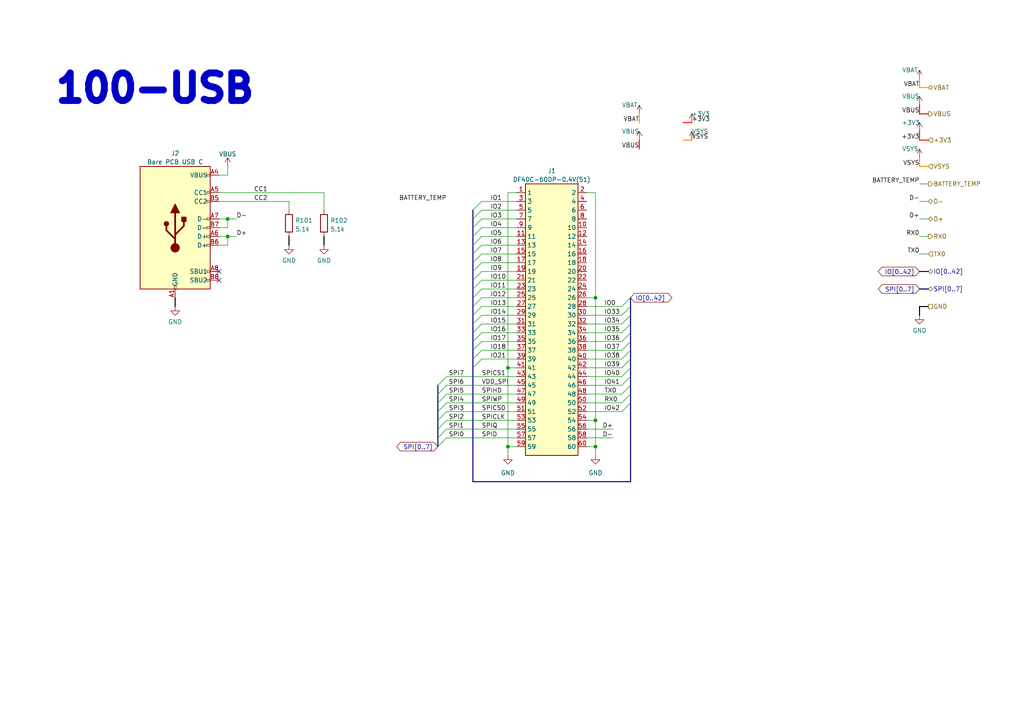
<source format=kicad_sch>
(kicad_sch (version 20230121) (generator eeschema)
  (paper "A4")
  (title_block (title "PSoM - ESP S3") (date "2023-04-17") (rev "HW00") (company "PumaCorp") (comment 1 "Design by: NdG"))
  (lib_symbols
    (symbol "Component lib:R" (pin_numbers hide) (pin_names (offset 0))
      (property "Reference" "R" (at 2.032 -3.81 90))
      (property "Value" "R" (at 0 -3.81 90))
      (symbol "R_0_1"
        (rectangle (start -1.016 -6.35) (end 1.016 -1.27) (stroke (width 0.254)))
      )
      (symbol "R_1_1"
        (pin passive line (at 0 0 270) (length 1.27) (name "~") (number "1"))
        (pin passive line (at 0 -7.62 90) (length 1.27) (name "~") (number "2"))
      )
    )
    (symbol "Component_lib:Bare PCB USB C" (pin_names (offset 0.762))
      (property "Reference" "J" (at 0 2.54 0))
      (property "Value" "Bare PCB USB C" (at 0 2.54 0))
      (symbol "Bare PCB USB C_0_0"
        (rectangle (start 9.906 -35.56) (end 10.414 -34.544))
        (rectangle (start 20.32 -32.766) (end 19.304 -33.274))
        (rectangle (start 20.32 -30.226) (end 19.304 -30.734))
        (rectangle (start 20.32 -22.606) (end 19.304 -23.114))
        (rectangle (start 20.32 -20.066) (end 19.304 -20.574))
        (rectangle (start 20.32 -17.526) (end 19.304 -18.034))
        (rectangle (start 20.32 -14.986) (end 19.304 -15.494))
        (rectangle (start 20.32 -9.906) (end 19.304 -10.414))
        (rectangle (start 20.32 -7.366) (end 19.304 -7.874))
        (rectangle (start 20.32 -2.286) (end 19.304 -2.794))
      )
      (symbol "Bare PCB USB C_0_1"
        (polyline (pts (xy 10.16 -23.622) (xy 10.16 -13.462)) (stroke (width 0.508)))
        (polyline (pts (xy 10.16 -21.082) (xy 7.62 -18.542) (xy 7.62 -17.272)) (stroke (width 0.508)))
        (polyline (pts (xy 10.16 -19.812) (xy 12.7 -17.272) (xy 12.7 -16.002)) (stroke (width 0.508)))
        (polyline (pts (xy 8.89 -13.462) (xy 10.16 -10.922) (xy 11.43 -13.462) (xy 8.89 -13.462)) (stroke (width 0.254)) (fill (type outline)))
        (rectangle (start 0 0) (end 20.32 -35.56) (stroke (width 0.254)) (fill (type background)))
        (circle (center 7.62 -16.637) (radius 0.635) (stroke (width 0.254)) (fill (type outline)))
        (circle (center 10.16 -23.622) (radius 1.27) (fill (type outline)))
        (rectangle (start 12.065 -14.732) (end 13.335 -16.002) (stroke (width 0.254)) (fill (type outline)))
      )
      (symbol "Bare PCB USB C_1_1"
        (pin passive line (at 10.16 -38.1 90) (length 2.54) (name "GND") (number "A1"))
        (pin passive line (at 10.16 -38.1 90) (length 2.54) hide (name "GND") (number "A12"))
        (pin passive line (at 22.86 -2.54 180) (length 2.54) (name "VBUS") (number "A4"))
        (pin bidirectional line (at 22.86 -7.62 180) (length 2.54) (name "CC1") (number "A5"))
        (pin bidirectional line (at 22.86 -20.32 180) (length 2.54) (name "D+") (number "A6"))
        (pin bidirectional line (at 22.86 -15.24 180) (length 2.54) (name "D-") (number "A7"))
        (pin bidirectional line (at 22.86 -30.48 180) (length 2.54) (name "SBU1") (number "A8"))
        (pin passive line (at 22.86 -2.54 180) (length 2.54) hide (name "VBUS") (number "A9"))
        (pin passive line (at 10.16 -38.1 90) (length 2.54) hide (name "GND") (number "B1"))
        (pin passive line (at 10.16 -38.1 90) (length 2.54) hide (name "GND") (number "B12"))
        (pin passive line (at 22.86 -2.54 180) (length 2.54) hide (name "VBUS") (number "B4"))
        (pin bidirectional line (at 22.86 -10.16 180) (length 2.54) (name "CC2") (number "B5"))
        (pin bidirectional line (at 22.86 -22.86 180) (length 2.54) (name "D+") (number "B6"))
        (pin bidirectional line (at 22.86 -17.78 180) (length 2.54) (name "D-") (number "B7"))
        (pin bidirectional line (at 22.86 -33.02 180) (length 2.54) (name "SBU2") (number "B8"))
        (pin passive line (at 22.86 -2.54 180) (length 2.54) hide (name "VBUS") (number "B9"))
      )
    )
    (symbol "Component_lib:DF40C-60DP-0.4V(51)"
      (property "Reference" "J" (at 5.08 7.62 0))
      (property "Value" "DF40C-60DP-0.4V(51)" (at 12.7 5.08 0))
      (symbol "DF40C-60DP-0.4V(51)_1_1"
        (rectangle (start 2.54 2.54) (end 17.78 -76.2) (stroke (width 0.254)) (fill (type background)))
        (pin passive line (at 0 0 0) (length 2.54) (name "1") (number "1"))
        (pin passive line (at 20.32 -10.16 180) (length 2.54) (name "10") (number "10"))
        (pin passive line (at 0 -12.7 0) (length 2.54) (name "11") (number "11"))
        (pin passive line (at 20.32 -12.7 180) (length 2.54) (name "12") (number "12"))
        (pin passive line (at 0 -15.24 0) (length 2.54) (name "13") (number "13"))
        (pin passive line (at 20.32 -15.24 180) (length 2.54) (name "14") (number "14"))
        (pin passive line (at 0 -17.78 0) (length 2.54) (name "15") (number "15"))
        (pin passive line (at 20.32 -17.78 180) (length 2.54) (name "16") (number "16"))
        (pin passive line (at 0 -20.32 0) (length 2.54) (name "17") (number "17"))
        (pin passive line (at 20.32 -20.32 180) (length 2.54) (name "18") (number "18"))
        (pin passive line (at 0 -22.86 0) (length 2.54) (name "19") (number "19"))
        (pin passive line (at 20.32 0 180) (length 2.54) (name "2") (number "2"))
        (pin passive line (at 20.32 -22.86 180) (length 2.54) (name "20") (number "20"))
        (pin passive line (at 0 -25.4 0) (length 2.54) (name "21") (number "21"))
        (pin passive line (at 20.32 -25.4 180) (length 2.54) (name "22") (number "22"))
        (pin passive line (at 0 -27.94 0) (length 2.54) (name "23") (number "23"))
        (pin passive line (at 20.32 -27.94 180) (length 2.54) (name "24") (number "24"))
        (pin passive line (at 0 -30.48 0) (length 2.54) (name "25") (number "25"))
        (pin passive line (at 20.32 -30.48 180) (length 2.54) (name "26") (number "26"))
        (pin passive line (at 0 -33.02 0) (length 2.54) (name "27") (number "27"))
        (pin passive line (at 20.32 -33.02 180) (length 2.54) (name "28") (number "28"))
        (pin passive line (at 0 -35.56 0) (length 2.54) (name "29") (number "29"))
        (pin passive line (at 0 -2.54 0) (length 2.54) (name "3") (number "3"))
        (pin passive line (at 20.32 -35.56 180) (length 2.54) (name "30") (number "30"))
        (pin passive line (at 0 -38.1 0) (length 2.54) (name "31") (number "31"))
        (pin passive line (at 20.32 -38.1 180) (length 2.54) (name "32") (number "32"))
        (pin passive line (at 0 -40.64 0) (length 2.54) (name "33") (number "33"))
        (pin passive line (at 20.32 -40.64 180) (length 2.54) (name "34") (number "34"))
        (pin passive line (at 0 -43.18 0) (length 2.54) (name "35") (number "35"))
        (pin passive line (at 20.32 -43.18 180) (length 2.54) (name "36") (number "36"))
        (pin passive line (at 0 -45.72 0) (length 2.54) (name "37") (number "37"))
        (pin passive line (at 20.32 -45.72 180) (length 2.54) (name "38") (number "38"))
        (pin passive line (at 0 -48.26 0) (length 2.54) (name "39") (number "39"))
        (pin passive line (at 20.32 -2.54 180) (length 2.54) (name "4") (number "4"))
        (pin passive line (at 20.32 -48.26 180) (length 2.54) (name "40") (number "40"))
        (pin passive line (at 0 -50.8 0) (length 2.54) (name "41") (number "41"))
        (pin passive line (at 20.32 -50.8 180) (length 2.54) (name "42") (number "42"))
        (pin passive line (at 0 -53.34 0) (length 2.54) (name "43") (number "43"))
        (pin passive line (at 20.32 -53.34 180) (length 2.54) (name "44") (number "44"))
        (pin passive line (at 0 -55.88 0) (length 2.54) (name "45") (number "45"))
        (pin passive line (at 20.32 -55.88 180) (length 2.54) (name "46") (number "46"))
        (pin passive line (at 0 -58.42 0) (length 2.54) (name "47") (number "47"))
        (pin passive line (at 20.32 -58.42 180) (length 2.54) (name "48") (number "48"))
        (pin passive line (at 0 -60.96 0) (length 2.54) (name "49") (number "49"))
        (pin passive line (at 0 -5.08 0) (length 2.54) (name "5") (number "5"))
        (pin passive line (at 20.32 -60.96 180) (length 2.54) (name "50") (number "50"))
        (pin passive line (at 0 -63.5 0) (length 2.54) (name "51") (number "51"))
        (pin passive line (at 20.32 -63.5 180) (length 2.54) (name "52") (number "52"))
        (pin passive line (at 0 -66.04 0) (length 2.54) (name "53") (number "53"))
        (pin passive line (at 20.32 -66.04 180) (length 2.54) (name "54") (number "54"))
        (pin passive line (at 0 -68.58 0) (length 2.54) (name "55") (number "55"))
        (pin passive line (at 20.32 -68.58 180) (length 2.54) (name "56") (number "56"))
        (pin passive line (at 0 -71.12 0) (length 2.54) (name "57") (number "57"))
        (pin passive line (at 20.32 -71.12 180) (length 2.54) (name "58") (number "58"))
        (pin passive line (at 0 -73.66 0) (length 2.54) (name "59") (number "59"))
        (pin passive line (at 20.32 -5.08 180) (length 2.54) (name "6") (number "6"))
        (pin passive line (at 20.32 -73.66 180) (length 2.54) (name "60") (number "60"))
        (pin passive line (at 0 -7.62 0) (length 2.54) (name "7") (number "7"))
        (pin passive line (at 20.32 -7.62 180) (length 2.54) (name "8") (number "8"))
        (pin passive line (at 0 -10.16 0) (length 2.54) (name "9") (number "9"))
      )
    )
    (symbol "Component_lib:VBAT" (power) (pin_numbers hide) (in_bom no) (on_board no)
      (property "Value" "VBAT" (at 0 3.81 0))
      (symbol "VBAT_0_0"
        (pin passive line (at 0 0 90) (length 2.54) hide (name "") (number ""))
      )
      (symbol "VBAT_0_1"
        (polyline (pts (xy 0 0) (xy 0 2.54) (xy 0.635 1.27) (xy 0 2.54) (xy -0.635 1.27)) (stroke (width 0.1524)))
      )
    )
    (symbol "Component_lib:VSYS" (power) (pin_numbers hide) (in_bom no) (on_board no)
      (property "Value" "VSYS" (at 0 3.81 0))
      (symbol "VSYS_0_0"
        (pin passive line (at 0 0 90) (length 2.54) hide (name "") (number ""))
      )
      (symbol "VSYS_0_1"
        (polyline (pts (xy 0 0) (xy 0 2.54) (xy 0.635 1.27) (xy 0 2.54) (xy -0.635 1.27)) (stroke (width 0.1524)))
      )
    )
    (symbol "GND_2" (power) (pin_names (offset 0))
      (property "Value" "GND_2" (at 0 -3.81 0))
      (symbol "GND_2_0_1"
        (polyline (pts (xy 0 0) (xy 0 -1.27) (xy 1.27 -1.27) (xy 0 -2.54) (xy -1.27 -1.27) (xy 0 -1.27)))
      )
      (symbol "GND_2_1_1"
        (pin power_in line (at 0 0 270) (length 0) hide (name "GND") (number "1"))
      )
    )
    (symbol "power:+3V3" (power) (pin_names (offset 0))
      (property "Value" "+3V3" (at 0 3.556 0))
      (symbol "+3V3_0_1"
        (polyline (pts (xy -0.762 1.27) (xy 0 2.54)))
        (polyline (pts (xy 0 0) (xy 0 2.54)))
        (polyline (pts (xy 0 2.54) (xy 0.762 1.27)))
      )
      (symbol "+3V3_1_1"
        (pin power_in line (at 0 0 90) (length 0) hide (name "+3V3") (number "1"))
      )
    )
    (symbol "power:GND" (power) (pin_names (offset 0))
      (property "Value" "GND" (at 0 -3.81 0))
      (symbol "GND_0_1"
        (polyline (pts (xy 0 0) (xy 0 -1.27) (xy 1.27 -1.27) (xy 0 -2.54) (xy -1.27 -1.27) (xy 0 -1.27)))
      )
      (symbol "GND_1_1"
        (pin power_in line (at 0 0 270) (length 0) hide (name "GND") (number "1"))
      )
    )
    (symbol "power:VBUS" (power) (pin_names (offset 0))
      (property "Value" "VBUS" (at 0 3.81 0))
      (symbol "VBUS_0_1"
        (polyline (pts (xy -0.762 1.27) (xy 0 2.54)))
        (polyline (pts (xy 0 0) (xy 0 2.54)))
        (polyline (pts (xy 0 2.54) (xy 0.762 1.27)))
      )
      (symbol "VBUS_1_1"
        (pin power_in line (at 0 0 90) (length 0) hide (name "VBUS") (number "1"))
      )
    )
  )
  (junction (at 66.04 68.58))
  (junction (at 147.32 129.54))
  (junction (at 147.32 106.68))
  (junction (at 172.72 121.92))
  (junction (at 172.72 129.54))
  (junction (at 66.04 63.5))
  (junction (at 172.72 86.36))
  (no_connect (at 63.5 81.28))
  (no_connect (at 63.5 78.74))
  (bus_entry (at 137.16 71.12) (size 2.54 -2.54))
  (bus_entry (at 139.7 93.98) (size -2.54 2.54))
  (bus_entry (at 137.16 76.2) (size 2.54 -2.54))
  (bus_entry (at 137.16 81.28) (size 2.54 -2.54))
  (bus_entry (at 180.34 114.3) (size 2.54 -2.54))
  (bus_entry (at 180.34 101.6) (size 2.54 -2.54))
  (bus_entry (at 180.34 96.52) (size 2.54 -2.54))
  (bus_entry (at 139.7 88.9) (size -2.54 2.54))
  (bus_entry (at 180.34 111.76) (size 2.54 -2.54))
  (bus_entry (at 180.34 119.38) (size 2.54 -2.54))
  (bus_entry (at 137.16 78.74) (size 2.54 -2.54))
  (bus_entry (at 129.54 116.84) (size -2.54 2.54))
  (bus_entry (at 139.7 99.06) (size -2.54 2.54))
  (bus_entry (at 137.16 73.66) (size 2.54 -2.54))
  (bus_entry (at 139.7 86.36) (size -2.54 2.54))
  (bus_entry (at 129.54 127) (size -2.54 2.54))
  (bus_entry (at 180.34 99.06) (size 2.54 -2.54))
  (bus_entry (at 137.16 66.04) (size 2.54 -2.54))
  (bus_entry (at 129.54 114.3) (size -2.54 2.54))
  (bus_entry (at 180.34 91.44) (size 2.54 -2.54))
  (bus_entry (at 137.16 60.96) (size 2.54 -2.54))
  (bus_entry (at 180.34 104.14) (size 2.54 -2.54))
  (bus_entry (at 139.7 83.82) (size -2.54 2.54))
  (bus_entry (at 139.7 81.28) (size -2.54 2.54))
  (bus_entry (at 180.34 88.9) (size 2.54 -2.54))
  (bus_entry (at 180.34 106.68) (size 2.54 -2.54))
  (bus_entry (at 139.7 96.52) (size -2.54 2.54))
  (bus_entry (at 129.54 121.92) (size -2.54 2.54))
  (bus_entry (at 129.54 109.22) (size -2.54 2.54))
  (bus_entry (at 137.16 106.68) (size 2.54 -2.54))
  (bus_entry (at 180.34 93.98) (size 2.54 -2.54))
  (bus_entry (at 139.7 91.44) (size -2.54 2.54))
  (bus_entry (at 137.16 68.58) (size 2.54 -2.54))
  (bus_entry (at 180.34 109.22) (size 2.54 -2.54))
  (bus_entry (at 129.54 124.46) (size -2.54 2.54))
  (bus_entry (at 139.7 101.6) (size -2.54 2.54))
  (bus_entry (at 137.16 63.5) (size 2.54 -2.54))
  (bus_entry (at 129.54 119.38) (size -2.54 2.54))
  (bus_entry (at 180.34 116.84) (size 2.54 -2.54))
  (bus_entry (at 129.54 111.76) (size -2.54 2.54))
  (wire (pts (xy 129.54 119.38) (xy 149.86 119.38)))
  (bus (pts (xy 182.88 109.22) (xy 182.88 111.76)))
  (bus (pts (xy 127 127) (xy 127 124.46)))
  (bus (pts (xy 137.16 81.28) (xy 137.16 83.82)))
  (wire (pts (xy 66.04 68.58) (xy 68.58 68.58)))
  (wire (pts (xy 266.7 22.86) (xy 266.7 25.4)) (stroke (width 0.3) (color 255 153 0 1)))
  (wire (pts (xy 129.54 109.22) (xy 149.86 109.22)))
  (wire (pts (xy 139.7 58.42) (xy 149.86 58.42)))
  (bus (pts (xy 137.16 104.14) (xy 137.16 106.68)))
  (wire (pts (xy 139.7 101.6) (xy 149.86 101.6)))
  (bus (pts (xy 182.88 106.68) (xy 182.88 109.22)))
  (wire (pts (xy 172.72 55.88) (xy 172.72 86.36)))
  (wire (pts (xy 170.18 101.6) (xy 180.34 101.6)))
  (wire (pts (xy 63.5 58.42) (xy 83.82 58.42)))
  (wire (pts (xy 66.04 63.5) (xy 63.5 63.5)))
  (wire (pts (xy 147.32 106.68) (xy 147.32 129.54)))
  (wire (pts (xy 266.7 48.26) (xy 269.24 48.26)) (stroke (width 0.3) (color 255 148 0 1)))
  (wire (pts (xy 170.18 121.92) (xy 172.72 121.92)))
  (bus (pts (xy 137.16 63.5) (xy 137.16 66.04)))
  (wire (pts (xy 139.7 73.66) (xy 149.86 73.66)))
  (wire (pts (xy 170.18 86.36) (xy 172.72 86.36)))
  (wire (pts (xy 139.7 60.96) (xy 149.86 60.96)))
  (bus (pts (xy 182.88 93.98) (xy 182.88 96.52)))
  (wire (pts (xy 147.32 106.68) (xy 149.86 106.68)))
  (bus (pts (xy 127 114.3) (xy 127 111.76)))
  (bus (pts (xy 127 119.38) (xy 127 116.84)))
  (bus (pts (xy 137.16 101.6) (xy 137.16 104.14)))
  (bus (pts (xy 137.16 139.7) (xy 182.88 139.7)))
  (bus (pts (xy 137.16 71.12) (xy 137.16 73.66)))
  (wire (pts (xy 170.18 114.3) (xy 180.34 114.3)))
  (wire (pts (xy 170.18 91.44) (xy 180.34 91.44)))
  (bus (pts (xy 266.7 83.82) (xy 269.24 83.82)))
  (wire (pts (xy 170.18 109.22) (xy 180.34 109.22)))
  (wire (pts (xy 266.7 73.66) (xy 269.24 73.66)))
  (wire (pts (xy 139.7 63.5) (xy 149.86 63.5)))
  (wire (pts (xy 139.7 71.12) (xy 149.86 71.12)))
  (wire (pts (xy 266.7 68.58) (xy 269.24 68.58)))
  (wire (pts (xy 266.7 30.48) (xy 266.7 33.02)) (stroke (width 0.3) (color 255 0 0 1)))
  (wire (pts (xy 139.7 76.2) (xy 149.86 76.2)))
  (wire (pts (xy 266.7 33.02) (xy 269.24 33.02)) (stroke (width 0.3) (color 255 0 0 1)))
  (wire (pts (xy 139.7 93.98) (xy 149.86 93.98)))
  (wire (pts (xy 266.7 38.1) (xy 266.7 40.64)) (stroke (width 0.3) (color 255 17 1 1)))
  (wire (pts (xy 172.72 86.36) (xy 172.72 121.92)))
  (wire (pts (xy 83.82 68.58) (xy 83.82 71.12)) (stroke (width 0.3) (color 0 0 0 1)))
  (wire (pts (xy 266.7 91.44) (xy 266.7 88.9)) (stroke (width 0.3) (color 0 0 0 1)))
  (wire (pts (xy 198.12 35.56) (xy 200.66 35.56)) (stroke (width 0.3) (color 255 17 1 1)))
  (bus (pts (xy 137.16 76.2) (xy 137.16 78.74)))
  (wire (pts (xy 170.18 127) (xy 177.8 127)))
  (bus (pts (xy 182.88 88.9) (xy 182.88 91.44)))
  (wire (pts (xy 266.7 63.5) (xy 269.24 63.5)))
  (wire (pts (xy 139.7 99.06) (xy 149.86 99.06)))
  (wire (pts (xy 139.7 68.58) (xy 149.86 68.58)))
  (wire (pts (xy 266.7 53.34) (xy 269.24 53.34)))
  (wire (pts (xy 139.7 83.82) (xy 149.86 83.82)))
  (bus (pts (xy 137.16 91.44) (xy 137.16 93.98)))
  (wire (pts (xy 266.7 25.4) (xy 269.24 25.4)) (stroke (width 0.3) (color 255 153 0 1)))
  (bus (pts (xy 182.88 101.6) (xy 182.88 104.14)))
  (wire (pts (xy 170.18 99.06) (xy 180.34 99.06)))
  (wire (pts (xy 93.98 55.88) (xy 93.98 60.96)))
  (bus (pts (xy 182.88 86.36) (xy 182.88 88.9)))
  (wire (pts (xy 170.18 88.9) (xy 180.34 88.9)))
  (wire (pts (xy 147.32 129.54) (xy 147.32 132.08)))
  (bus (pts (xy 127 116.84) (xy 127 114.3)))
  (wire (pts (xy 139.7 66.04) (xy 149.86 66.04)))
  (wire (pts (xy 170.18 116.84) (xy 180.34 116.84)))
  (bus (pts (xy 137.16 68.58) (xy 137.16 71.12)))
  (wire (pts (xy 185.42 40.64) (xy 185.42 43.18)) (stroke (width 0.3) (color 255 0 0 1)))
  (wire (pts (xy 129.54 111.76) (xy 149.86 111.76)))
  (wire (pts (xy 129.54 114.3) (xy 149.86 114.3)))
  (bus (pts (xy 182.88 99.06) (xy 182.88 101.6)))
  (wire (pts (xy 149.86 55.88) (xy 147.32 55.88)))
  (wire (pts (xy 63.5 68.58) (xy 66.04 68.58)))
  (wire (pts (xy 63.5 55.88) (xy 93.98 55.88)))
  (wire (pts (xy 66.04 71.12) (xy 63.5 71.12)))
  (bus (pts (xy 266.7 78.74) (xy 269.24 78.74)))
  (wire (pts (xy 147.32 55.88) (xy 147.32 106.68)))
  (bus (pts (xy 137.16 83.82) (xy 137.16 86.36)))
  (wire (pts (xy 139.7 96.52) (xy 149.86 96.52)))
  (wire (pts (xy 172.72 121.92) (xy 172.72 129.54)))
  (wire (pts (xy 266.7 45.72) (xy 266.7 48.26)) (stroke (width 0.3) (color 255 148 0 1)))
  (wire (pts (xy 170.18 104.14) (xy 180.34 104.14)))
  (wire (pts (xy 170.18 124.46) (xy 177.8 124.46)))
  (wire (pts (xy 266.7 88.9) (xy 269.24 88.9)) (stroke (width 0.3) (color 0 0 0 1)))
  (bus (pts (xy 182.88 91.44) (xy 182.88 93.98)))
  (wire (pts (xy 198.12 40.64) (xy 200.66 40.64)) (stroke (width 0.3) (color 255 148 0 1)))
  (wire (pts (xy 147.32 129.54) (xy 149.86 129.54)))
  (bus (pts (xy 137.16 66.04) (xy 137.16 68.58)))
  (wire (pts (xy 170.18 96.52) (xy 180.34 96.52)))
  (wire (pts (xy 139.7 91.44) (xy 149.86 91.44)))
  (wire (pts (xy 139.7 78.74) (xy 149.86 78.74)))
  (bus (pts (xy 182.88 111.76) (xy 182.88 114.3)))
  (wire (pts (xy 139.7 86.36) (xy 149.86 86.36)))
  (wire (pts (xy 63.5 66.04) (xy 66.04 66.04)))
  (wire (pts (xy 129.54 116.84) (xy 149.86 116.84)))
  (wire (pts (xy 170.18 129.54) (xy 172.72 129.54)))
  (wire (pts (xy 170.18 119.38) (xy 180.34 119.38)))
  (wire (pts (xy 170.18 106.68) (xy 180.34 106.68)))
  (wire (pts (xy 129.54 124.46) (xy 149.86 124.46)))
  (bus (pts (xy 137.16 106.68) (xy 137.16 139.7)))
  (wire (pts (xy 170.18 55.88) (xy 172.72 55.88)))
  (wire (pts (xy 66.04 68.58) (xy 66.04 71.12)))
  (wire (pts (xy 170.18 111.76) (xy 180.34 111.76)))
  (wire (pts (xy 139.7 88.9) (xy 149.86 88.9)))
  (bus (pts (xy 137.16 78.74) (xy 137.16 81.28)))
  (bus (pts (xy 182.88 116.84) (xy 182.88 139.7)))
  (bus (pts (xy 182.88 114.3) (xy 182.88 116.84)))
  (wire (pts (xy 93.98 68.58) (xy 93.98 71.12)) (stroke (width 0.3) (color 0 0 0 1)))
  (wire (pts (xy 139.7 81.28) (xy 149.86 81.28)))
  (bus (pts (xy 137.16 86.36) (xy 137.16 88.9)))
  (wire (pts (xy 66.04 66.04) (xy 66.04 63.5)))
  (bus (pts (xy 137.16 96.52) (xy 137.16 99.06)))
  (wire (pts (xy 66.04 50.8) (xy 63.5 50.8)))
  (wire (pts (xy 83.82 60.96) (xy 83.82 58.42)))
  (bus (pts (xy 137.16 88.9) (xy 137.16 91.44)))
  (bus (pts (xy 127 124.46) (xy 127 121.92)))
  (wire (pts (xy 50.8 86.36) (xy 50.8 88.9)) (stroke (width 0.3) (color 0 0 0 1)))
  (wire (pts (xy 66.04 63.5) (xy 68.58 63.5)))
  (wire (pts (xy 139.7 104.14) (xy 149.86 104.14)))
  (bus (pts (xy 137.16 60.96) (xy 137.16 63.5)))
  (bus (pts (xy 137.16 93.98) (xy 137.16 96.52)))
  (bus (pts (xy 127 129.54) (xy 127 127)))
  (bus (pts (xy 127 121.92) (xy 127 119.38)))
  (wire (pts (xy 266.7 58.42) (xy 269.24 58.42)))
  (bus (pts (xy 137.16 99.06) (xy 137.16 101.6)))
  (bus (pts (xy 137.16 73.66) (xy 137.16 76.2)))
  (bus (pts (xy 182.88 96.52) (xy 182.88 99.06)))
  (wire (pts (xy 172.72 129.54) (xy 172.72 132.08)))
  (wire (pts (xy 185.42 33.02) (xy 185.42 35.56)) (stroke (width 0.3) (color 255 153 0 1)))
  (bus (pts (xy 182.88 104.14) (xy 182.88 106.68)))
  (wire (pts (xy 66.04 48.26) (xy 66.04 50.8)))
  (wire (pts (xy 170.18 93.98) (xy 180.34 93.98)))
  (wire (pts (xy 129.54 121.92) (xy 149.86 121.92)))
  (wire (pts (xy 129.54 127) (xy 149.86 127)))
  (wire (pts (xy 266.7 40.64) (xy 269.24 40.64)) (stroke (width 0.3) (color 255 17 1 1)))
  (text "100-USB" (at 15.24 30.48 0) (effects (font (size 8 8) (thickness 3) bold) (justify left bottom)))
  (label "IO18" (at 142.24 101.6 0))
  (label "BATTERY_TEMP" (at 129.54 58.42 180))
  (label "VSYS" (at 200.66 40.64 0))
  (label "IO42" (at 175.26 119.38 0))
  (label "TX0" (at 266.7 73.66 180))
  (label "IO11" (at 142.24 83.82 0))
  (label "VBAT" (at 266.7 25.4 180))
  (label "SPI7" (at 134.62 109.22 180))
  (label "IO10" (at 142.24 81.28 0))
  (label "IO4" (at 142.24 66.04 0))
  (label "IO38" (at 175.26 104.14 0))
  (label "D-" (at 68.58 63.5 0))
  (label "VBUS" (at 266.7 33.02 180))
  (label "VBAT" (at 185.42 35.56 180))
  (label "SPIWP" (at 139.7 116.84 0))
  (label "D-" (at 177.8 127 180))
  (label "SPI4" (at 134.62 116.84 180))
  (label "D+" (at 68.58 68.58 0))
  (label "IO9" (at 142.24 78.74 0))
  (label "IO13" (at 142.24 88.9 0))
  (label "D+" (at 177.8 124.46 180))
  (label "IO3" (at 142.24 63.5 0))
  (label "IO35" (at 175.26 96.52 0))
  (label "IO21" (at 142.24 104.14 0))
  (label "CC2" (at 73.66 58.42 0))
  (label "SPICLK" (at 139.7 121.92 0))
  (label "IO7" (at 142.24 73.66 0))
  (label "IO16" (at 142.24 96.52 0))
  (label "IO36" (at 175.26 99.06 0))
  (label "D+" (at 266.7 63.5 180))
  (label "VSYS" (at 266.7 48.26 180))
  (label "BATTERY_TEMP" (at 266.7 53.34 180))
  (label "IO37" (at 175.26 101.6 0))
  (label "IO14" (at 142.24 91.44 0))
  (label "SPICS1" (at 139.7 109.22 0))
  (label "IO8" (at 142.24 76.2 0))
  (label "SPI5" (at 134.62 114.3 180))
  (label "IO33" (at 175.26 91.44 0))
  (label "IO40" (at 175.26 109.22 0))
  (label "IO0" (at 175.26 88.9 0))
  (label "SPIQ" (at 139.7 124.46 0))
  (label "IO34" (at 175.26 93.98 0))
  (label "IO12" (at 142.24 86.36 0))
  (label "SPI2" (at 134.62 121.92 180))
  (label "IO41" (at 175.26 111.76 0))
  (label "IO39" (at 175.26 106.68 0))
  (label "D-" (at 266.7 58.42 180))
  (label "+3V3" (at 266.7 40.64 180))
  (label "VDD_SPI" (at 139.7 111.76 0))
  (label "SPI3" (at 134.62 119.38 180))
  (label "CC1" (at 73.66 55.88 0))
  (label "IO5" (at 142.24 68.58 0))
  (label "SPID" (at 139.7 127 0))
  (label "SPI6" (at 134.62 111.76 180))
  (label "RX0" (at 266.7 68.58 180))
  (label "VBUS" (at 185.42 43.18 180))
  (label "IO6" (at 142.24 71.12 0))
  (label "SPI1" (at 134.62 124.46 180))
  (label "SPI0" (at 134.62 127 180))
  (label "+3V3" (at 200.66 35.56 0))
  (label "SPIHD" (at 139.7 114.3 0))
  (label "IO17" (at 142.24 99.06 0))
  (label "IO1" (at 142.24 58.42 0))
  (label "IO2" (at 142.24 60.96 0))
  (label "RX0" (at 175.26 116.84 0))
  (label "TX0" (at 175.26 114.3 0))
  (label "SPICS0" (at 139.7 119.38 0))
  (label "IO15" (at 142.24 93.98 0))
  (global_label "IO[0..42]" (shape bidirectional) (at 182.88 86.36 0) (property "Intersheetrefs" "${INTERSHEET_REFS}" (effects hide)))
  (global_label "SPI[0..7]" (shape bidirectional) (at 127 129.54 180) (property "Intersheetrefs" "${INTERSHEET_REFS}" (effects hide)))
  (global_label "IO[0..42]" (shape bidirectional) (at 266.7 78.74 180) (property "Intersheetrefs" "${INTERSHEET_REFS}" (effects hide)))
  (global_label "SPI[0..7]" (shape bidirectional) (at 266.7 83.82 180) (property "Intersheetrefs" "${INTERSHEET_REFS}" (effects hide)))
  (hierarchical_label "VBAT" (shape bidirectional) (at 269.24 25.4 0))
  (hierarchical_label "+3V3" (shape input) (at 269.24 40.64 0))
  (hierarchical_label "VSYS" (shape input) (at 269.24 48.26 0))
  (hierarchical_label "D+" (shape bidirectional) (at 269.24 63.5 0))
  (hierarchical_label "RX0" (shape output) (at 269.24 68.58 0))
  (hierarchical_label "BATTERY_TEMP" (shape output) (at 269.24 53.34 0))
  (hierarchical_label "GND" (shape passive) (at 269.24 88.9 0))
  (hierarchical_label "SPI[0..7]" (shape bidirectional) (at 269.24 83.82 0))
  (hierarchical_label "IO[0..42]" (shape bidirectional) (at 269.24 78.74 0))
  (hierarchical_label "TX0" (shape input) (at 269.24 73.66 0))
  (hierarchical_label "VBUS" (shape output) (at 269.24 33.02 0))
  (hierarchical_label "D-" (shape bidirectional) (at 269.24 58.42 0))
  (symbol (lib_id "Component_lib:VBAT") (at 185.42 33.02 0) (unit 1) (in_bom no) (on_board no)
    (property "Reference" "#VBAT01" (effects hide))
    (property "Value" "VBAT" (at 180.34 30.48 0) (effects (justify left)))
    (instances (project "ESP_S2_SoM_HW00" (path "" (reference "#VBAT01") (unit 1))) (project "PMK_Keyboard" (path "" (reference "#VBAT0102") (unit 1))))
  )
  (symbol (lib_id "Component_lib:VSYS") (at 266.7 45.72 0) (unit 1) (in_bom no) (on_board no)
    (property "Reference" "#VSYS0101" (effects hide))
    (property "Value" "VSYS" (at 261.62 43.18 0) (effects (justify left)))
  )
  (symbol (lib_id "power:VBUS") (at 185.42 40.64 0) (unit 1)
    (property "Reference" "#PWR04" (effects hide))
    (property "Value" "VBUS" (at 182.88 38.1 0))
    (instances (project "ESP_S2_SoM_HW00" (path "" (reference "#PWR04") (unit 1))) (project "PMK_Keyboard" (path "" (reference "#PWR0101") (unit 1))))
  )
  (symbol (lib_name "GND_2") (lib_id "power:GND") (at 172.72 132.08 0) (unit 1)
    (property "Reference" "#PWR02" (effects hide))
    (property "Value" "GND" (at 172.72 137.16 0))
  )
  (symbol (lib_id "Component lib:R") (at 83.82 60.96 0) (unit 1)
    (property "Reference" "R101" (at 85.598 63.9353 0) (effects (justify left)))
    (property "Value" "5.1k" (at 85.598 66.4722 0) (effects (justify left)))
    (property "Footprint" "Resistor_SMD:R_0201_0603Metric" (effects hide))
  )
  (symbol (lib_name "GND_2") (lib_id "power:GND") (at 147.32 132.08 0) (unit 1)
    (property "Reference" "#PWR01" (effects hide))
    (property "Value" "GND" (at 147.32 137.16 0))
  )
  (symbol (lib_id "Component_lib:VSYS") (at 200.66 40.64 0) (unit 1) (in_bom no) (on_board no)
    (property "Reference" "#VSYS01" (effects hide))
    (property "Value" "VSYS" (at 200.66 38.1 0) (effects (justify left)))
  )
  (symbol (lib_id "power:GND") (at 83.82 71.12 0) (unit 1)
    (property "Reference" "#PWR0104" (effects hide))
    (property "Value" "GND" (at 83.82 75.5634 0))
  )
  (symbol (lib_id "power:+3V3") (at 266.7 38.1 0) (unit 1)
    (property "Reference" "#PWR05" (effects hide))
    (property "Value" "+3V3" (at 264.16 35.56 0))
  )
  (symbol (lib_id "Component_lib:VBAT") (at 266.7 22.86 0) (unit 1) (in_bom no) (on_board no)
    (property "Reference" "#VBAT0102" (effects hide))
    (property "Value" "VBAT" (at 261.62 20.32 0) (effects (justify left)))
  )
  (symbol (lib_id "Component_lib:DF40C-60DP-0.4V(51)") (at 149.86 55.88 0) (unit 1)
    (property "Reference" "J1" (at 160.02 49.53 0))
    (property "Value" "DF40C-60DP-0.4V(51)" (at 160.02 52.07 0))
    (property "Footprint" "Component_lib:DF40C-60DP-0.4V(51)" (effects hide))
  )
  (symbol (lib_id "power:VBUS") (at 266.7 30.48 0) (unit 1)
    (property "Reference" "#PWR0101" (effects hide))
    (property "Value" "VBUS" (at 264.16 27.94 0))
  )
  (symbol (lib_id "power:GND") (at 50.8 88.9 0) (unit 1)
    (property "Reference" "#PWR0107" (effects hide))
    (property "Value" "GND" (at 50.8 93.3434 0))
  )
  (symbol (lib_id "power:GND") (at 266.7 91.44 0) (unit 1)
    (property "Reference" "#PWR0118" (effects hide))
    (property "Value" "GND" (at 266.7 95.8834 0))
  )
  (symbol (lib_id "power:GND") (at 93.98 71.12 0) (unit 1)
    (property "Reference" "#PWR0105" (effects hide))
    (property "Value" "GND" (at 93.98 75.5634 0))
  )
  (symbol (lib_id "Component lib:R") (at 93.98 60.96 0) (unit 1)
    (property "Reference" "R102" (at 95.758 63.9353 0) (effects (justify left)))
    (property "Value" "5.1k" (at 95.758 66.4722 0) (effects (justify left)))
    (property "Footprint" "Resistor_SMD:R_0201_0603Metric" (effects hide))
  )
  (symbol (lib_id "power:+3V3") (at 200.66 35.56 0) (unit 1)
    (property "Reference" "#PWR03" (effects hide))
    (property "Value" "+3V3" (at 203.2 33.02 0))
  )
  (symbol (lib_id "Component_lib:Bare PCB USB C") (at 40.64 48.26 0) (unit 1)
    (property "Reference" "J2" (at 50.8 44.45 0))
    (property "Value" "Bare PCB USB C" (at 50.8 46.99 0))
    (property "Footprint" "Component_lib:usb-c-pcb" (effects hide))
    (property "Datasheet" "https://gct.co/files/drawings/usb4510.pdf" (effects hide))
    (property "Description" "USB Connectors USB C Rec 16P 3u\" Mid Mnt 1.6mm O-set SMT L = 6.5mm S-Spring" (effects hide))
    (property "Height" "3.36" (effects hide))
    (property "Mouser Part Number" "640-USB4510031A" (effects hide))
    (property "Mouser Price/Stock" "https://www.mouser.co.uk/ProductDetail/GCT/USB4510-03-1-A?qs=7D1LtPJG0i3iod3O3OZ7LA%3D%3D" (effects hide))
    (property "Manufacturer_Name" "GCT (GLOBAL CONNECTOR TECHNOLOGY)" (effects hide))
    (property "Manufacturer_Part_Number" "USB4510-03-1-A" (effects hide))
  )
  (symbol (lib_id "power:VBUS") (at 66.04 48.26 0) (unit 1)
    (property "Reference" "#PWR0103" (effects hide))
    (property "Value" "VBUS" (at 66.04 44.6842 0))
  )
)
</source>
